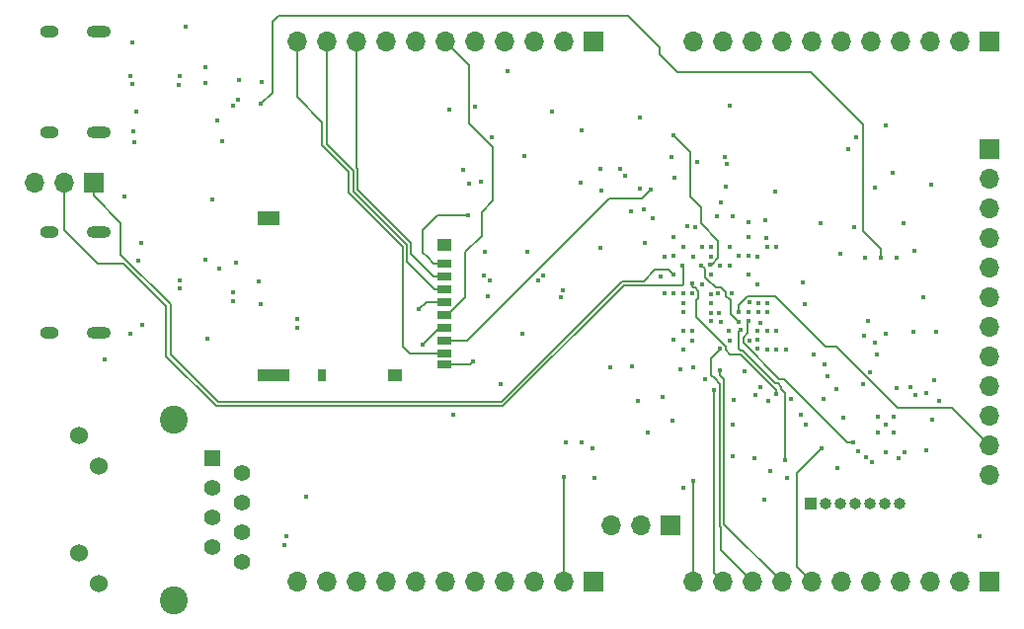
<source format=gbr>
%TF.GenerationSoftware,KiCad,Pcbnew,9.0.0*%
%TF.CreationDate,2025-04-18T01:08:42+10:00*%
%TF.ProjectId,Teensy_4.1_attempt_1,5465656e-7379-45f3-942e-315f61747465,rev?*%
%TF.SameCoordinates,Original*%
%TF.FileFunction,Copper,L6,Bot*%
%TF.FilePolarity,Positive*%
%FSLAX46Y46*%
G04 Gerber Fmt 4.6, Leading zero omitted, Abs format (unit mm)*
G04 Created by KiCad (PCBNEW 9.0.0) date 2025-04-18 01:08:42*
%MOMM*%
%LPD*%
G01*
G04 APERTURE LIST*
%TA.AperFunction,ComponentPad*%
%ADD10R,1.700000X1.700000*%
%TD*%
%TA.AperFunction,ComponentPad*%
%ADD11O,1.700000X1.700000*%
%TD*%
%TA.AperFunction,ComponentPad*%
%ADD12R,1.408000X1.408000*%
%TD*%
%TA.AperFunction,ComponentPad*%
%ADD13C,1.408000*%
%TD*%
%TA.AperFunction,ComponentPad*%
%ADD14C,1.530000*%
%TD*%
%TA.AperFunction,ComponentPad*%
%ADD15C,2.400000*%
%TD*%
%TA.AperFunction,HeatsinkPad*%
%ADD16O,2.100000X1.000000*%
%TD*%
%TA.AperFunction,HeatsinkPad*%
%ADD17O,1.600000X1.000000*%
%TD*%
%TA.AperFunction,ComponentPad*%
%ADD18R,1.000000X1.000000*%
%TD*%
%TA.AperFunction,ComponentPad*%
%ADD19O,1.000000X1.000000*%
%TD*%
%TA.AperFunction,ComponentPad*%
%ADD20C,0.400000*%
%TD*%
%TA.AperFunction,SMDPad,CuDef*%
%ADD21R,1.200000X0.700000*%
%TD*%
%TA.AperFunction,SMDPad,CuDef*%
%ADD22R,0.800000X1.000000*%
%TD*%
%TA.AperFunction,SMDPad,CuDef*%
%ADD23R,2.800000X1.000000*%
%TD*%
%TA.AperFunction,SMDPad,CuDef*%
%ADD24R,1.200000X1.000000*%
%TD*%
%TA.AperFunction,SMDPad,CuDef*%
%ADD25R,1.900000X1.300000*%
%TD*%
%TA.AperFunction,ViaPad*%
%ADD26C,0.450000*%
%TD*%
%TA.AperFunction,Conductor*%
%ADD27C,0.155000*%
%TD*%
%TA.AperFunction,Conductor*%
%ADD28C,0.200000*%
%TD*%
G04 APERTURE END LIST*
D10*
%TO.P,J6,1,Pin_1*%
%TO.N,/D16_A2*%
X151215000Y-96200000D03*
D11*
%TO.P,J6,2,Pin_2*%
%TO.N,/D38_A14*%
X148675000Y-96200000D03*
%TO.P,J6,3,Pin_3*%
%TO.N,/D24_A10*%
X146135000Y-96200000D03*
%TD*%
D10*
%TO.P,J4,1,Pin_1*%
%TO.N,+3V3*%
X178600000Y-101030000D03*
D11*
%TO.P,J4,2,Pin_2*%
%TO.N,/D8*%
X176060000Y-101030000D03*
%TO.P,J4,3,Pin_3*%
%TO.N,/D7*%
X173520000Y-101030000D03*
%TO.P,J4,4,Pin_4*%
%TO.N,/D36*%
X170980000Y-101030000D03*
%TO.P,J4,5,Pin_5*%
%TO.N,/D37*%
X168440000Y-101030000D03*
%TO.P,J4,6,Pin_6*%
%TO.N,/D35*%
X165900000Y-101030000D03*
%TO.P,J4,7,Pin_7*%
%TO.N,/D34*%
X163360000Y-101030000D03*
%TO.P,J4,8,Pin_8*%
%TO.N,/D27_A13*%
X160820000Y-101030000D03*
%TO.P,J4,9,Pin_9*%
%TO.N,/D21_A7*%
X158280000Y-101030000D03*
%TO.P,J4,10,Pin_10*%
%TO.N,/D17_A3*%
X155740000Y-101030000D03*
%TO.P,J4,11,Pin_11*%
%TO.N,/D19_A5*%
X153200000Y-101030000D03*
%TD*%
D12*
%TO.P,P1,1,TD+*%
%TO.N,/T +*%
X111930000Y-90375000D03*
D13*
%TO.P,P1,2,TCT*%
%TO.N,Net-(P1-RCT)*%
X114470000Y-91645000D03*
%TO.P,P1,3,TD-*%
%TO.N,/T -*%
X111930000Y-92915000D03*
%TO.P,P1,4,RD+*%
%TO.N,/R +*%
X114470000Y-94185000D03*
%TO.P,P1,5,RCT*%
%TO.N,Net-(P1-RCT)*%
X111930000Y-95455000D03*
%TO.P,P1,6,RD-*%
%TO.N,/R -*%
X114470000Y-96725000D03*
%TO.P,P1,7,NC*%
%TO.N,unconnected-(P1-NC-Pad7)*%
X111930000Y-97995000D03*
%TO.P,P1,8,GH_GND@1*%
%TO.N,GND*%
X114470000Y-99265000D03*
D14*
%TO.P,P1,9,GRN-*%
X100500000Y-88495000D03*
%TO.P,P1,10,GRN+*%
%TO.N,/LED*%
X102200000Y-91062000D03*
%TO.P,P1,11,YLW-*%
%TO.N,unconnected-(P1-YLW--Pad11)*%
X100500000Y-98578000D03*
%TO.P,P1,12,YLW+*%
%TO.N,unconnected-(P1-YLW+-Pad12)*%
X102200000Y-101145000D03*
D15*
%TO.P,P1,13,CH_GND@2*%
%TO.N,unconnected-(P1-CH_GND@2-Pad13)*%
X108630000Y-87070000D03*
%TO.P,P1,14,CH_GND@3*%
%TO.N,unconnected-(P1-CH_GND@3-Pad14)*%
X108630000Y-102570000D03*
%TD*%
D16*
%TO.P,USB_DFP1,S1,SHIELD*%
%TO.N,Net-(USB_DFP1-SHIELD)*%
X102180000Y-71000000D03*
D17*
X98000000Y-71000000D03*
D16*
X102180000Y-79640000D03*
D17*
X98000000Y-79640000D03*
%TD*%
D10*
%TO.P,J3,1,Pin_1*%
%TO.N,+3V3*%
X178600000Y-63875000D03*
D11*
%TO.P,J3,2,Pin_2*%
%TO.N,/D28*%
X178600000Y-66415000D03*
%TO.P,J3,3,Pin_3*%
%TO.N,/D29*%
X178600000Y-68955000D03*
%TO.P,J3,4,Pin_4*%
%TO.N,/D12*%
X178600000Y-71495000D03*
%TO.P,J3,5,Pin_5*%
%TO.N,/D10*%
X178600000Y-74035000D03*
%TO.P,J3,6,Pin_6*%
%TO.N,/D11*%
X178600000Y-76575000D03*
%TO.P,J3,7,Pin_7*%
%TO.N,/D13*%
X178600000Y-79115000D03*
%TO.P,J3,8,Pin_8*%
%TO.N,/D6*%
X178600000Y-81655000D03*
%TO.P,J3,9,Pin_9*%
%TO.N,/D32*%
X178600000Y-84195000D03*
%TO.P,J3,10,Pin_10*%
%TO.N,/D9*%
X178600000Y-86735000D03*
%TO.P,J3,11,Pin_11*%
%TO.N,/D0*%
X178600000Y-89275000D03*
%TO.P,J3,12,Pin_12*%
%TO.N,GND*%
X178600000Y-91815000D03*
%TD*%
D10*
%TO.P,J5,1,Pin_1*%
%TO.N,/D22_A8*%
X144630000Y-101030000D03*
D11*
%TO.P,J5,2,Pin_2*%
%TO.N,/D39_A15*%
X142090000Y-101030000D03*
%TO.P,J5,3,Pin_3*%
%TO.N,/D25_A11*%
X139550000Y-101030000D03*
%TO.P,J5,4,Pin_4*%
%TO.N,/D20_A6*%
X137010000Y-101030000D03*
%TO.P,J5,5,Pin_5*%
%TO.N,/D23_A9*%
X134470000Y-101030000D03*
%TO.P,J5,6,Pin_6*%
%TO.N,/D40_A16*%
X131930000Y-101030000D03*
%TO.P,J5,7,Pin_7*%
%TO.N,/D15_A1*%
X129390000Y-101030000D03*
%TO.P,J5,8,Pin_8*%
%TO.N,/D14_A0*%
X126850000Y-101030000D03*
%TO.P,J5,9,Pin_9*%
%TO.N,/D1*%
X124310000Y-101030000D03*
%TO.P,J5,10,Pin_10*%
%TO.N,+3V3*%
X121770000Y-101030000D03*
%TO.P,J5,11,Pin_11*%
%TO.N,GND*%
X119230000Y-101030000D03*
%TD*%
D18*
%TO.P,SWD1,1,Pin_1*%
%TO.N,/DCDC_PSWITCH*%
X163300000Y-94280000D03*
D19*
%TO.P,SWD1,2,Pin_2*%
%TO.N,/JTAG_TCK*%
X164570000Y-94280000D03*
%TO.P,SWD1,3,Pin_3*%
%TO.N,/JTAG_TDO*%
X165840000Y-94280000D03*
%TO.P,SWD1,4,Pin_4*%
%TO.N,/JTAG_TDI*%
X167110000Y-94280000D03*
%TO.P,SWD1,5,Pin_5*%
%TO.N,/JTAG_MOD*%
X168380000Y-94280000D03*
%TO.P,SWD1,6,Pin_6*%
%TO.N,/JTAG_TMS*%
X169650000Y-94280000D03*
%TO.P,SWD1,7,Pin_7*%
%TO.N,GND*%
X170920000Y-94280000D03*
%TD*%
D16*
%TO.P,USB_UFP1,S1,SHIELD*%
%TO.N,Net-(USB_UFP1-SHIELD)*%
X102180000Y-53860000D03*
D17*
X98000000Y-53860000D03*
D16*
X102180000Y-62500000D03*
D17*
X98000000Y-62500000D03*
%TD*%
D20*
%TO.P,U5,26,EXP*%
%TO.N,GND*%
X169005000Y-86835000D03*
%TO.P,U5,27,EXP*%
X170405000Y-86835000D03*
%TO.P,U5,28,EXP*%
X169705000Y-87535000D03*
%TO.P,U5,29,EXP*%
X169005000Y-88235000D03*
%TO.P,U5,30,EXP*%
X170405000Y-88235000D03*
%TD*%
D10*
%TO.P,J7,1,Pin_1*%
%TO.N,/ONOFF*%
X101775000Y-66750000D03*
D11*
%TO.P,J7,2,Pin_2*%
%TO.N,/WAKEUP*%
X99235000Y-66750000D03*
%TO.P,J7,3,Pin_3*%
%TO.N,GND*%
X96695000Y-66750000D03*
%TD*%
D10*
%TO.P,J2,1,Pin_1*%
%TO.N,GND*%
X178600000Y-54670000D03*
D11*
%TO.P,J2,2,Pin_2*%
%TO.N,/D49*%
X176060000Y-54670000D03*
%TO.P,J2,3,Pin_3*%
%TO.N,/D31*%
X173520000Y-54670000D03*
%TO.P,J2,4,Pin_4*%
%TO.N,/D52*%
X170980000Y-54670000D03*
%TO.P,J2,5,Pin_5*%
%TO.N,/D48*%
X168440000Y-54670000D03*
%TO.P,J2,6,Pin_6*%
%TO.N,/D53*%
X165900000Y-54670000D03*
%TO.P,J2,7,Pin_7*%
%TO.N,/D50*%
X163360000Y-54670000D03*
%TO.P,J2,8,Pin_8*%
%TO.N,/D30*%
X160820000Y-54670000D03*
%TO.P,J2,9,Pin_9*%
%TO.N,/D54*%
X158280000Y-54670000D03*
%TO.P,J2,10,Pin_10*%
%TO.N,/D51*%
X155740000Y-54670000D03*
%TO.P,J2,11,Pin_11*%
%TO.N,+3V3*%
X153200000Y-54670000D03*
%TD*%
D10*
%TO.P,J1,1,Pin_1*%
%TO.N,GND*%
X144600000Y-54670000D03*
D11*
%TO.P,J1,2,Pin_2*%
%TO.N,/D3*%
X142060000Y-54670000D03*
%TO.P,J1,3,Pin_3*%
%TO.N,/D2*%
X139520000Y-54670000D03*
%TO.P,J1,4,Pin_4*%
%TO.N,/D5*%
X136980000Y-54670000D03*
%TO.P,J1,5,Pin_5*%
%TO.N,/D33*%
X134440000Y-54670000D03*
%TO.P,J1,6,Pin_6*%
%TO.N,/D44*%
X131900000Y-54670000D03*
%TO.P,J1,7,Pin_7*%
%TO.N,/D4*%
X129360000Y-54670000D03*
%TO.P,J1,8,Pin_8*%
%TO.N,/D43*%
X126820000Y-54670000D03*
%TO.P,J1,9,Pin_9*%
%TO.N,/D46*%
X124280000Y-54670000D03*
%TO.P,J1,10,Pin_10*%
%TO.N,/D45*%
X121740000Y-54670000D03*
%TO.P,J1,11,Pin_11*%
%TO.N,/D42*%
X119200000Y-54670000D03*
%TD*%
D21*
%TO.P,J8,1,DAT2*%
%TO.N,/D47*%
X131890000Y-73710000D03*
%TO.P,J8,2,DAT3/CD*%
%TO.N,/D46*%
X131890000Y-74810000D03*
%TO.P,J8,3,CMD*%
%TO.N,/D45*%
X131890000Y-75910000D03*
%TO.P,J8,4,VDD*%
%TO.N,+3V3*%
X131890000Y-77010000D03*
%TO.P,J8,5,CLK*%
%TO.N,/D44*%
X131890000Y-78110000D03*
%TO.P,J8,6,VSS*%
%TO.N,GND*%
X131890000Y-79210000D03*
%TO.P,J8,7,DAT0*%
%TO.N,/D43*%
X131890000Y-80310000D03*
%TO.P,J8,8,DAT1*%
%TO.N,/D42*%
X131890000Y-81410000D03*
%TO.P,J8,9,SHIELD*%
%TO.N,GND*%
X131890000Y-82360000D03*
D22*
%TO.P,J8,10*%
%TO.N,N/C*%
X121390000Y-83310000D03*
D23*
%TO.P,J8,11*%
X117240000Y-83310000D03*
D24*
X127590000Y-83310000D03*
X131890000Y-72160000D03*
D25*
X116790000Y-69810000D03*
%TD*%
D26*
%TO.N,+5V*%
X150360000Y-74817500D03*
X135950000Y-62910000D03*
X143520000Y-66800000D03*
X143620000Y-62340000D03*
%TO.N,GND*%
X141100000Y-60710000D03*
X150580000Y-85140000D03*
X154710706Y-77119293D03*
X169705000Y-89880000D03*
X111350000Y-58250000D03*
X149280000Y-88210000D03*
X135610000Y-76490000D03*
X142050000Y-76040000D03*
X155340000Y-76300000D03*
X142295000Y-89070000D03*
X134470000Y-60300000D03*
X120030000Y-93720000D03*
X156520000Y-76290000D03*
X104930000Y-79740000D03*
X114250000Y-58010000D03*
X147960000Y-82560000D03*
X138670000Y-64540000D03*
X132255000Y-60515000D03*
X116090000Y-77180000D03*
X143585000Y-89080000D03*
X138560000Y-79740000D03*
X141810000Y-76590000D03*
X146080000Y-82610000D03*
X168170000Y-78640000D03*
X130010000Y-80630000D03*
X156075000Y-65190000D03*
X164090000Y-70260000D03*
X151350000Y-64585000D03*
X172152500Y-72600000D03*
X164430707Y-82399293D03*
X159270000Y-93950000D03*
X105230000Y-63290000D03*
X134000000Y-66840000D03*
X148420000Y-85510000D03*
X145210000Y-72370000D03*
X157602500Y-82950000D03*
X167880000Y-73200000D03*
X165830000Y-72860000D03*
X170610000Y-73200000D03*
X112390000Y-61430000D03*
X105210000Y-62410000D03*
X105140000Y-54760000D03*
X168342564Y-82999749D03*
X177740000Y-97100000D03*
X102750000Y-81950000D03*
X109680000Y-53410000D03*
X134285000Y-82135000D03*
X153960000Y-72250000D03*
X156010000Y-67150000D03*
X152310000Y-77080000D03*
X151510000Y-71480000D03*
X144595000Y-89540000D03*
X167190000Y-62860000D03*
X155910000Y-64600000D03*
X105860000Y-71920000D03*
X169675000Y-79740000D03*
X147360000Y-66230000D03*
X158700000Y-81050000D03*
X145260000Y-65580000D03*
X134950000Y-66680000D03*
X146950000Y-65580000D03*
X137270000Y-57200000D03*
X166990000Y-70570000D03*
X172030000Y-79595000D03*
X173990000Y-79575000D03*
X133460000Y-65670000D03*
X149730000Y-69812500D03*
X144760000Y-92110000D03*
X112795000Y-63195000D03*
%TO.N,+3V3*%
X157910000Y-74680000D03*
X171805000Y-84275000D03*
X167340000Y-89840000D03*
X157955000Y-77855000D03*
X154665497Y-73835497D03*
X156340000Y-60190000D03*
X169660000Y-61840000D03*
X129690000Y-77630000D03*
X152130000Y-82790000D03*
X136710000Y-84090000D03*
X151460000Y-62730000D03*
X151505000Y-80275000D03*
X138940000Y-72710000D03*
X173810000Y-83735000D03*
X145350000Y-67480000D03*
X171190000Y-70280000D03*
X155430000Y-77960000D03*
X156540000Y-90250000D03*
X148610000Y-61220000D03*
X154725000Y-74695000D03*
%TO.N,Net-(U1B-VDD_USB_CAP)*%
X154690245Y-76317958D03*
X151420000Y-87150000D03*
%TO.N,Net-(C20-Pad1)*%
X160210000Y-67530000D03*
X153322968Y-70605806D03*
%TO.N,/USB1_DN*%
X152305375Y-76275375D03*
X109180000Y-57640000D03*
X104970000Y-57670000D03*
X113740000Y-60210000D03*
%TO.N,+5VD*%
X116200000Y-58170000D03*
X104420000Y-67950000D03*
X111390000Y-56880000D03*
X111950000Y-68220000D03*
X105460000Y-60680000D03*
%TO.N,/USB1_DP*%
X105100000Y-58320000D03*
X153140000Y-76300000D03*
X109110000Y-58380000D03*
X114200000Y-59710000D03*
%TO.N,Net-(U1B-VDD_SNVS_IN)*%
X132590000Y-86670000D03*
X152330000Y-77870000D03*
%TO.N,/USB2_DN*%
X109150000Y-75150000D03*
X119270000Y-79201500D03*
X151510000Y-76300000D03*
X113730000Y-76221000D03*
%TO.N,+5VL*%
X105950000Y-78990000D03*
X111510000Y-80130000D03*
X105640000Y-73490000D03*
X115920000Y-75230000D03*
X113970000Y-73640000D03*
X112580000Y-74120000D03*
X111350000Y-73410000D03*
%TO.N,/USB2_DP*%
X109150000Y-75810000D03*
X119270000Y-78501497D03*
X150710000Y-76290000D03*
X113730000Y-76921003D03*
%TO.N,/D33*%
X155577500Y-68455322D03*
%TO.N,/D2*%
X156598000Y-69650000D03*
%TO.N,/D42*%
X148920000Y-69090000D03*
%TO.N,/D3*%
X157900000Y-73070000D03*
%TO.N,/D45*%
X154740000Y-73110000D03*
%TO.N,/D43*%
X149540000Y-67400000D03*
%TO.N,/D4*%
X156320000Y-73890000D03*
%TO.N,/D5*%
X156290000Y-72260000D03*
%TO.N,/D44*%
X154730000Y-72290000D03*
%TO.N,/D46*%
X148590000Y-67300000D03*
%TO.N,/D31*%
X160340000Y-72270000D03*
%TO.N,/D50*%
X168730000Y-67200000D03*
X159380000Y-69980000D03*
%TO.N,/D51*%
X157920000Y-71450000D03*
%TO.N,/D53*%
X159460000Y-71500000D03*
X173570000Y-66990000D03*
%TO.N,/D48*%
X166520000Y-63880000D03*
X159500000Y-72300000D03*
%TO.N,/D30*%
X158710000Y-73120000D03*
%TO.N,/D54*%
X170280000Y-65940000D03*
X157960000Y-70160000D03*
%TO.N,/D32*%
X162780000Y-77240000D03*
%TO.N,/D9*%
X167800000Y-79920000D03*
%TO.N,/D6*%
X158755000Y-77125000D03*
%TO.N,/D13*%
X172920000Y-76640000D03*
X159539797Y-77099522D03*
%TO.N,/D0*%
X157110000Y-77900000D03*
%TO.N,/D10*%
X162570000Y-75350000D03*
%TO.N,/D12*%
X158720000Y-75490000D03*
%TO.N,/D11*%
X158044999Y-77042786D03*
%TO.N,/D27_A13*%
X155466328Y-82900000D03*
%TO.N,/D7*%
X168790000Y-80510000D03*
%TO.N,/D19_A5*%
X153170000Y-92390000D03*
X154732745Y-78680000D03*
%TO.N,/D37*%
X158933500Y-78781356D03*
%TO.N,/D17_A3*%
X154960000Y-84580000D03*
%TO.N,/D34*%
X164205000Y-89525000D03*
%TO.N,/D35*%
X159510000Y-81090000D03*
%TO.N,/D21_A7*%
X155440328Y-81039672D03*
%TO.N,/D36*%
X159540000Y-77900000D03*
%TO.N,/D8*%
X168900000Y-81543750D03*
%TO.N,/D39_A15*%
X142100000Y-92010000D03*
X156267500Y-79496232D03*
%TO.N,/D1*%
X152340000Y-79480000D03*
%TO.N,/D25_A11*%
X153210000Y-82582500D03*
%TO.N,/D40_A16*%
X153115000Y-80295000D03*
%TO.N,/D14_A0*%
X153122672Y-79487328D03*
%TO.N,/D15_A1*%
X152305000Y-81085000D03*
%TO.N,/D16_A2*%
X154685000Y-77925000D03*
X152350000Y-92940000D03*
%TO.N,/D38_A14*%
X155540000Y-78730000D03*
%TO.N,/D24_A10*%
X154207500Y-83670000D03*
%TO.N,/WAKEUP*%
X152290000Y-73890000D03*
%TO.N,/ONOFF*%
X151530000Y-74700000D03*
%TO.N,/SOC_CAP_NET*%
X155494058Y-73911722D03*
X155199000Y-69705000D03*
%TO.N,Net-(L1-Pad1)*%
X152676814Y-70535194D03*
X151580000Y-66370000D03*
%TO.N,/PMIC_ON_REQ_PWR_SEQ*%
X147880004Y-69261328D03*
X153930000Y-75510000D03*
%TO.N,Net-(U3-PTB3{slash}IRQ_10)*%
X158450000Y-90400000D03*
X158960000Y-84330000D03*
%TO.N,Net-(U1B-GPIO_EMC_40)*%
X116120000Y-60010000D03*
X169240000Y-73230000D03*
%TO.N,Net-(U1A-GPIO_SD_B1_10)*%
X135738818Y-75166855D03*
X150725000Y-73095000D03*
%TO.N,/T -*%
X170820000Y-90420000D03*
%TO.N,Net-(U1A-GPIO_SD_B1_09)*%
X151520000Y-73060172D03*
X135200000Y-74720000D03*
%TO.N,/R -*%
X168042513Y-90292513D03*
X118291995Y-97114560D03*
%TO.N,Net-(U1A-GPIO_B0_13)*%
X158550000Y-85020000D03*
X158736678Y-77906678D03*
%TO.N,/R +*%
X168537489Y-90787489D03*
X118127577Y-97882552D03*
%TO.N,/D47*%
X133850000Y-69590000D03*
%TO.N,Net-(U1A-GPIO_SD_B1_06)*%
X135310000Y-72730000D03*
X152310000Y-72290000D03*
%TO.N,/T +*%
X171338633Y-89913661D03*
%TO.N,Net-(U1A-POR_B)*%
X153120000Y-75460000D03*
X160320000Y-84910000D03*
%TO.N,Net-(U1A-GPIO_SD_B1_08)*%
X149057862Y-71954500D03*
X139858819Y-75208901D03*
%TO.N,/LED*%
X165550000Y-91240000D03*
%TO.N,Net-(U1A-GPIO_EMC_01)*%
X156550000Y-87520000D03*
X157120000Y-73070000D03*
%TO.N,Net-(U1A-GPIO_AD_B0_04)*%
X161090000Y-90590000D03*
X157272500Y-79422906D03*
%TO.N,Net-(U1A-GPIO_SD_B1_07)*%
X153180000Y-73150000D03*
X140290000Y-74722500D03*
%TO.N,Net-(U3-PTB2{slash}IRQ_7)*%
X161230000Y-92067500D03*
X159640000Y-85510000D03*
%TO.N,Net-(U1B-GPIO_B1_06)*%
X170620000Y-84360000D03*
X160280000Y-79520000D03*
%TO.N,Net-(U1B-GPIO_B0_15)*%
X158730000Y-79480000D03*
X166020000Y-86930000D03*
%TO.N,Net-(U1B-GPIO_B1_04)*%
X158690000Y-80280000D03*
X172240000Y-85000000D03*
%TO.N,Net-(U1B-GPIO_B1_11)*%
X160290000Y-81060000D03*
X167742115Y-84077885D03*
%TO.N,Net-(U1B-GPIO_B1_09)*%
X164380000Y-85360000D03*
X163540707Y-81509293D03*
%TO.N,Net-(U1B-GPIO_B1_14)*%
X174270000Y-85510000D03*
X165490000Y-84510000D03*
%TO.N,Net-(U1B-GPIO_B1_05)*%
X173210000Y-84826250D03*
X159530000Y-79490000D03*
%TO.N,Net-(U1B-GPIO_B0_14)*%
X166890000Y-89070000D03*
X157927500Y-78645000D03*
%TO.N,Net-(U1B-GPIO_B1_15)*%
X164710000Y-83390000D03*
X173660000Y-87120000D03*
%TO.N,Net-(U1B-GPIO_B1_10)*%
X161120000Y-81080000D03*
X173160000Y-89710000D03*
%TO.N,/JTAG_TDI*%
X162440000Y-86650000D03*
%TO.N,/JTAG_TDO*%
X162835000Y-87565000D03*
%TO.N,/JTAG_MOD*%
X156660000Y-85410000D03*
X156350000Y-80300000D03*
%TO.N,/JTAG_TCK*%
X161610000Y-85340000D03*
X157977702Y-80291932D03*
%TO.N,/DCDC_PSWITCH*%
X157120000Y-78710000D03*
X153540000Y-65010000D03*
X159770000Y-91540000D03*
X153900000Y-73860000D03*
%TD*%
D27*
%TO.N,GND*%
X131430000Y-79210000D02*
X130010000Y-80630000D01*
X131890000Y-79210000D02*
X131430000Y-79210000D01*
X134285000Y-82135000D02*
X134330000Y-82090000D01*
X131890000Y-82360000D02*
X134060000Y-82360000D01*
X130010000Y-80630000D02*
X130000000Y-80640000D01*
X134060000Y-82360000D02*
X134285000Y-82135000D01*
D28*
%TO.N,+3V3*%
X152910000Y-64180000D02*
X152910000Y-67960000D01*
X151460000Y-62730000D02*
X152910000Y-64180000D01*
X153830000Y-70270000D02*
X155340000Y-71780000D01*
X155340000Y-73253877D02*
X154758380Y-73835497D01*
X152910000Y-67960000D02*
X153830000Y-68880000D01*
D27*
X130310000Y-77010000D02*
X129690000Y-77630000D01*
D28*
X154758380Y-73835497D02*
X154665497Y-73835497D01*
D27*
X131890000Y-77010000D02*
X130310000Y-77010000D01*
D28*
X155340000Y-71780000D02*
X155340000Y-73253877D01*
X153830000Y-68880000D02*
X153830000Y-70270000D01*
D27*
%TO.N,/D42*%
X123678000Y-65891460D02*
X121592540Y-63806000D01*
X128290000Y-72882000D02*
X128290000Y-72587080D01*
X121384000Y-63302540D02*
X121384000Y-61624000D01*
X128290000Y-73176920D02*
X128290000Y-72882000D01*
X124095080Y-68092000D02*
X123886540Y-67883460D01*
X121592540Y-63806000D02*
X121384000Y-63597460D01*
X123678000Y-67674920D02*
X123678000Y-67380000D01*
X128290000Y-73408540D02*
X128290000Y-73176920D01*
X128290000Y-72286920D02*
X124095080Y-68092000D01*
X121384000Y-63597460D02*
X121384000Y-63302540D01*
X128290000Y-72587080D02*
X128290000Y-72286920D01*
X123678000Y-67380000D02*
X123678000Y-67085080D01*
X119200000Y-59440000D02*
X119200000Y-54670000D01*
X131890000Y-81410000D02*
X128900000Y-81410000D01*
X123886540Y-67883460D02*
X123678000Y-67674920D01*
X128900000Y-81410000D02*
X128290000Y-80800000D01*
X128290000Y-73703460D02*
X128290000Y-73408540D01*
X128290000Y-80800000D02*
X128290000Y-73703460D01*
X121384000Y-61624000D02*
X119200000Y-59440000D01*
X123678000Y-67085080D02*
X123678000Y-65891460D01*
%TO.N,/D45*%
X128646000Y-73029460D02*
X128646000Y-72734540D01*
X121740000Y-63450000D02*
X121740000Y-54670000D01*
X124242540Y-67736000D02*
X124034000Y-67527460D01*
X131000000Y-75910000D02*
X128646000Y-73556000D01*
X128646000Y-72139460D02*
X124242540Y-67736000D01*
X124034000Y-67527460D02*
X124034000Y-67232540D01*
X131890000Y-75910000D02*
X131000000Y-75910000D01*
X124034000Y-65744000D02*
X121740000Y-63450000D01*
X124034000Y-67232540D02*
X124034000Y-65744000D01*
X128646000Y-72734540D02*
X128646000Y-72139460D01*
X128646000Y-73556000D02*
X128646000Y-73029460D01*
%TO.N,/D43*%
X145970000Y-68170000D02*
X148770000Y-68170000D01*
X133830000Y-80310000D02*
X145970000Y-68170000D01*
X131890000Y-80310000D02*
X133830000Y-80310000D01*
X148770000Y-68170000D02*
X149540000Y-67400000D01*
%TO.N,/D44*%
X135030000Y-71360000D02*
X135030000Y-69320000D01*
X136000000Y-68350000D02*
X136000000Y-63700000D01*
X131890000Y-78110000D02*
X132140000Y-78110000D01*
X133966500Y-61666500D02*
X133966500Y-56736500D01*
X133670000Y-72720000D02*
X135030000Y-71360000D01*
X133670000Y-76580000D02*
X133670000Y-72720000D01*
X132140000Y-78110000D02*
X133670000Y-76580000D01*
X133966500Y-56736500D02*
X131900000Y-54670000D01*
X135030000Y-69320000D02*
X136000000Y-68350000D01*
X136000000Y-63700000D02*
X133966500Y-61666500D01*
%TO.N,/D46*%
X130930000Y-74810000D02*
X129002000Y-72882000D01*
X124390000Y-67380000D02*
X124390000Y-67085080D01*
X128793460Y-71783460D02*
X124598540Y-67588540D01*
X129002000Y-72587080D02*
X129002000Y-72286920D01*
X129002000Y-71992000D02*
X128793460Y-71783460D01*
X129002000Y-72882000D02*
X129002000Y-72587080D01*
X124390000Y-65891460D02*
X124390000Y-65596540D01*
X124390000Y-67085080D02*
X124390000Y-65891460D01*
X124598540Y-67588540D02*
X124390000Y-67380000D01*
X131890000Y-74810000D02*
X130930000Y-74810000D01*
X124390000Y-65596540D02*
X124280000Y-65486540D01*
X124280000Y-65486540D02*
X124280000Y-54670000D01*
X129002000Y-72286920D02*
X129002000Y-71992000D01*
%TO.N,/D0*%
X157836442Y-76539286D02*
X160209286Y-76539286D01*
X157110000Y-77265728D02*
X157836442Y-76539286D01*
X165490000Y-80860000D02*
X170710000Y-86080000D01*
X157110000Y-77900000D02*
X157110000Y-77265728D01*
X160209286Y-76539286D02*
X164530000Y-80860000D01*
X175405000Y-86080000D02*
X178600000Y-89275000D01*
X170710000Y-86080000D02*
X175405000Y-86080000D01*
X164530000Y-80860000D02*
X165490000Y-80860000D01*
%TO.N,/D27_A13*%
X155853000Y-83663000D02*
X155853000Y-96063000D01*
X155466328Y-82900000D02*
X155466328Y-83276328D01*
X155466328Y-83276328D02*
X155853000Y-83663000D01*
X155853000Y-96063000D02*
X160820000Y-101030000D01*
%TO.N,/D19_A5*%
X153170000Y-92390000D02*
X153200000Y-92420000D01*
X153200000Y-92420000D02*
X153200000Y-101030000D01*
%TO.N,/D17_A3*%
X154960000Y-100250000D02*
X154960000Y-84580000D01*
X154960000Y-84580000D02*
X155020000Y-84520000D01*
X155740000Y-101030000D02*
X154960000Y-100250000D01*
%TO.N,/D34*%
X164205000Y-89525000D02*
X162070000Y-91660000D01*
X162070000Y-91660000D02*
X162070000Y-99740000D01*
X162070000Y-99740000D02*
X163360000Y-101030000D01*
%TO.N,/D21_A7*%
X155497000Y-84049588D02*
X155497000Y-95915540D01*
X154721500Y-82841088D02*
X154721500Y-83278912D01*
X155530000Y-98280000D02*
X158280000Y-101030000D01*
X155480172Y-81119828D02*
X154721500Y-81878500D01*
X155530000Y-96243460D02*
X155530000Y-98280000D01*
X154721500Y-81878500D02*
X154721500Y-82841088D01*
X155440328Y-81077942D02*
X155480172Y-81117786D01*
X155031088Y-83588500D02*
X155035912Y-83588500D01*
X155497000Y-96210460D02*
X155530000Y-96243460D01*
X154721500Y-83278912D02*
X155031088Y-83588500D01*
X155440328Y-81039672D02*
X155440328Y-81077942D01*
X155497000Y-95915540D02*
X155497000Y-96210460D01*
X155035912Y-83588500D02*
X155497000Y-84049588D01*
X155480172Y-81117786D02*
X155480172Y-81119828D01*
%TO.N,/D39_A15*%
X142100000Y-92010000D02*
X142100000Y-92160000D01*
X142100000Y-92160000D02*
X142090000Y-92170000D01*
X142090000Y-92170000D02*
X142090000Y-101030000D01*
%TO.N,/WAKEUP*%
X152310000Y-75520000D02*
X152253500Y-75576500D01*
X136880000Y-85920000D02*
X112280000Y-85920000D01*
X112280000Y-85920000D02*
X108010000Y-81650000D01*
X147223500Y-75576500D02*
X136880000Y-85920000D01*
X108010000Y-81650000D02*
X108010000Y-77360000D01*
X152310000Y-73910000D02*
X152310000Y-75520000D01*
X102130000Y-73710000D02*
X99235000Y-70815000D01*
X152253500Y-75576500D02*
X147223500Y-75576500D01*
X104360000Y-73710000D02*
X102130000Y-73710000D01*
X108010000Y-77360000D02*
X104360000Y-73710000D01*
X99235000Y-70815000D02*
X99235000Y-66750000D01*
X152290000Y-73890000D02*
X152310000Y-73910000D01*
%TO.N,/ONOFF*%
X151090000Y-74250000D02*
X149900000Y-74250000D01*
X108366000Y-77212540D02*
X104090000Y-72936540D01*
X147076040Y-75220500D02*
X136732540Y-85564000D01*
X104090000Y-72936540D02*
X104090000Y-70220000D01*
X151530000Y-74700000D02*
X151530000Y-74690000D01*
X104090000Y-70220000D02*
X101775000Y-67905000D01*
X149900000Y-74250000D02*
X148929500Y-75220500D01*
X101775000Y-67905000D02*
X101775000Y-66750000D01*
X148929500Y-75220500D02*
X147076040Y-75220500D01*
X151530000Y-74690000D02*
X151090000Y-74250000D01*
X112427460Y-85564000D02*
X108366000Y-81502540D01*
X136732540Y-85564000D02*
X112427460Y-85564000D01*
X108366000Y-81502540D02*
X108366000Y-77212540D01*
%TO.N,Net-(U1B-GPIO_EMC_40)*%
X117600000Y-52460000D02*
X117080000Y-52980000D01*
X117080000Y-52980000D02*
X117080000Y-59050000D01*
X167720000Y-70925000D02*
X167720000Y-61810000D01*
X147600000Y-52460000D02*
X117600000Y-52460000D01*
X151860000Y-57330000D02*
X150340000Y-55810000D01*
X150340000Y-55810000D02*
X150340000Y-55200000D01*
X169240000Y-72445000D02*
X167720000Y-70925000D01*
X167720000Y-61810000D02*
X163240000Y-57330000D01*
X169240000Y-73230000D02*
X169240000Y-72445000D01*
X117080000Y-59050000D02*
X116120000Y-60010000D01*
X163240000Y-57330000D02*
X151860000Y-57330000D01*
X150340000Y-55200000D02*
X147600000Y-52460000D01*
%TO.N,/D47*%
X130380000Y-73160000D02*
X129990000Y-72770000D01*
X129990000Y-70840000D02*
X131240000Y-69590000D01*
X133850000Y-69590000D02*
X133880000Y-69590000D01*
X129990000Y-72770000D02*
X129990000Y-70840000D01*
X130930000Y-73710000D02*
X130380000Y-73160000D01*
X131240000Y-69590000D02*
X133850000Y-69590000D01*
X131890000Y-73710000D02*
X130930000Y-73710000D01*
%TO.N,Net-(U1A-POR_B)*%
X155943828Y-80831115D02*
X153436500Y-78323787D01*
X153436500Y-76861443D02*
X153643500Y-76654443D01*
X153206500Y-75796500D02*
X153120000Y-75710000D01*
X156350000Y-81530000D02*
X155943828Y-81123828D01*
X160320000Y-84910000D02*
X160320000Y-84590000D01*
X155943828Y-81123828D02*
X155943828Y-80831115D01*
X153348557Y-75796500D02*
X153206500Y-75796500D01*
X157260000Y-81530000D02*
X156350000Y-81530000D01*
X153120000Y-75710000D02*
X153120000Y-75460000D01*
X160320000Y-84590000D02*
X157260000Y-81530000D01*
X153436500Y-78323787D02*
X153436500Y-76861443D01*
X153643500Y-76654443D02*
X153643500Y-76091443D01*
X153643500Y-76091443D02*
X153348557Y-75796500D01*
%TO.N,Net-(U1A-GPIO_EMC_01)*%
X157120000Y-73070000D02*
X157100000Y-73090000D01*
%TO.N,Net-(U1A-GPIO_AD_B0_04)*%
X160743500Y-84301443D02*
X160743500Y-84493500D01*
X160743500Y-84493500D02*
X161070000Y-84820000D01*
X157274000Y-81174000D02*
X157407460Y-81174000D01*
X161070000Y-90570000D02*
X161090000Y-90590000D01*
X160239960Y-84006500D02*
X160448557Y-84006500D01*
X160448557Y-84006500D02*
X160743500Y-84301443D01*
X157616000Y-81382540D02*
X160239960Y-84006500D01*
X161070000Y-84820000D02*
X161070000Y-90570000D01*
X157112312Y-81012312D02*
X157274000Y-81174000D01*
X157112312Y-79497688D02*
X157112312Y-81012312D01*
X157407460Y-81174000D02*
X157616000Y-81382540D01*
%TO.N,Net-(U1B-GPIO_B0_14)*%
X157927500Y-78645000D02*
X157927500Y-78674895D01*
X157474202Y-80083375D02*
X157474202Y-80536259D01*
X157882331Y-79675246D02*
X157474202Y-80083375D01*
X157882331Y-78720064D02*
X157882331Y-79675246D01*
X160990500Y-83650500D02*
X166410000Y-89070000D01*
X166410000Y-89070000D02*
X166890000Y-89070000D01*
X157927500Y-78674895D02*
X157882331Y-78720064D01*
X160588443Y-83650500D02*
X160990500Y-83650500D01*
X157474202Y-80536259D02*
X160588443Y-83650500D01*
%TO.N,/DCDC_PSWITCH*%
X154300000Y-74990000D02*
X155106500Y-75796500D01*
X156016500Y-76498557D02*
X156311443Y-76793500D01*
X156423540Y-76903540D02*
X156423540Y-78013540D01*
X155106500Y-75796500D02*
X155548557Y-75796500D01*
X156313500Y-76793500D02*
X156423540Y-76903540D01*
X156423540Y-78013540D02*
X157120000Y-78710000D01*
X155960000Y-76207943D02*
X155960000Y-76440000D01*
X155548557Y-75796500D02*
X155960000Y-76207943D01*
X156311443Y-76793500D02*
X156313500Y-76793500D01*
X154221500Y-74903557D02*
X154300000Y-74982057D01*
X154221500Y-74181500D02*
X154221500Y-74903557D01*
X154300000Y-74982057D02*
X154300000Y-74990000D01*
X155960000Y-76440000D02*
X156016500Y-76496500D01*
X153900000Y-73860000D02*
X154221500Y-74181500D01*
X156016500Y-76496500D02*
X156016500Y-76498557D01*
%TD*%
M02*

</source>
